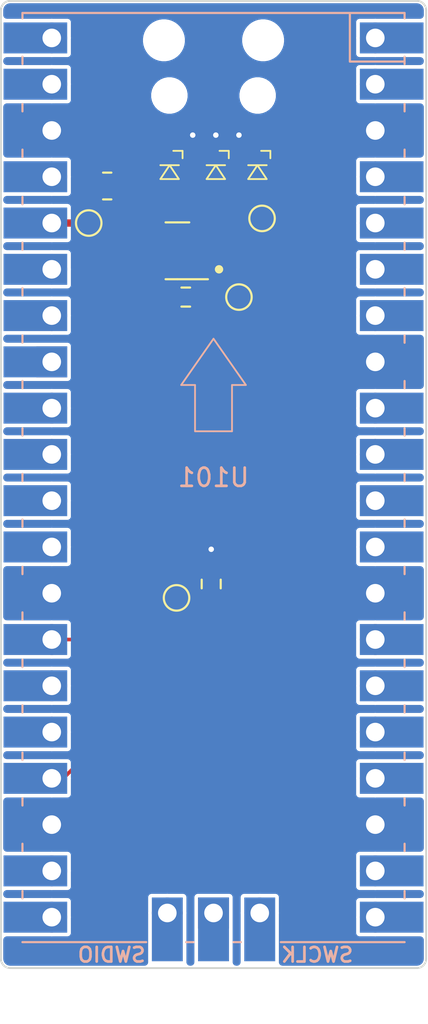
<source format=kicad_pcb>
(kicad_pcb (version 20240108) (generator "pcbnew") (generator_version "8.0")
  (layers (0 "F.Cu" signal) (31 "B.Cu" signal) (34 "B.Paste" user) (35 "F.Paste" user) (36 "B.SilkS" user "B.Silkscreen") (37 "F.SilkS" user "F.Silkscreen") (38 "B.Mask" user) (39 "F.Mask" user) (44 "Edge.Cuts" user))
  (net 0 "")
  (net 1 "GND")
  (net 2 "/Components/+3V3")
  (net 3 "/Components/LED_CTRL")
  (net 4 "/Components/TOUCH")
  (net 38 "/Components/LED_3V3")
  (footprint "Resistor_SMD:R_0805_2012Metric" (layer "F.Cu") (at 93.345 51.562)
    (property "Reference" "R203" (hide yes))
    (property "Value" "R" (hide yes))
    (fp_line (start -0.227064 -0.735) (end 0.227064 -0.735) (stroke (width 0.12)) (layer "F.SilkS"))
    (fp_line (start -0.227064 0.735) (end 0.227064 0.735) (stroke (width 0.12)) (layer "F.SilkS"))
    (pad "1" smd roundrect (at -0.9125 0) (size 1.025 1.4) (layers "F.Cu" "F.Paste" "F.Mask") (roundrect_rratio 0.243902) (net 2 "/Components/+3V3"))
    (pad "2" smd roundrect (at 0.9125 0) (size 1.025 1.4) (layers "F.Cu" "F.Paste" "F.Mask") (roundrect_rratio 0.243902) (net 38 "/Components/LED_3V3"))
  )
  (footprint "TestPoint:TestPoint_Pad_D1.0mm" (layer "F.Cu") (at 101.854 53.34)
    (property "Reference" "TP201" (hide yes))
    (property "Value" "TestPoint" (hide yes))
    (fp_circle (center 0 0) (end 0 0.7) (stroke (width 0.12)) (fill none) (layer "F.SilkS"))
    (pad "1" smd circle (at 0 0) (size 1 1) (layers "F.Cu" "F.Mask") (net 38 "/Components/LED_3V3"))
  )
  (footprint "Resistor_SMD:R_0603_1608Metric" (layer "F.Cu") (at 97.663 57.658)
    (property "Reference" "R201" (hide yes))
    (property "Value" "10k" (hide yes))
    (fp_line (start -0.237258 -0.5225) (end 0.237258 -0.5225) (stroke (width 0.12)) (layer "F.SilkS"))
    (fp_line (start -0.237258 0.5225) (end 0.237258 0.5225) (stroke (width 0.12)) (layer "F.SilkS"))
    (pad "1" smd roundrect (at -0.825 0) (size 0.8 0.95) (layers "F.Cu" "F.Paste" "F.Mask") (net 2 "/Components/+3V3"))
    (pad "2" smd roundrect (at 0.825 0) (size 0.8 0.95) (layers "F.Cu" "F.Paste" "F.Mask") (net 3 "/Components/LED_CTRL"))
  )
  (footprint "TestPoint:TestPoint_Pad_D1.0mm" (layer "F.Cu") (at 92.329 53.594)
    (property "Reference" "TP101" (hide yes))
    (property "Value" "TestPoint" (hide yes))
    (fp_circle (center 0 0) (end 0 0.7) (stroke (width 0.12)) (fill none) (layer "F.SilkS"))
    (pad "1" smd circle (at 0 0) (size 1 1) (layers "F.Cu" "F.Mask") (net 2 "/Components/+3V3"))
  )
  (footprint "example-footprints:LED0805" (layer "F.Cu") (at 99.314 50.8 -90)
    (property "Reference" "D202" (hide yes))
    (property "Value" "KT-0805W " (hide yes))
    (fp_line (start 0.381 0.508) (end 0.381 -0.508) (stroke (width 0.1)) (layer "F.SilkS"))
    (fp_line (start -0.381 0) (end 0.381 0.508) (stroke (width 0.1)) (layer "F.SilkS"))
    (fp_line (start -0.381 -0.508) (end -0.381 0.508) (stroke (width 0.1)) (layer "F.SilkS"))
    (fp_line (start 0.381 -0.508) (end -0.381 0) (stroke (width 0.1)) (layer "F.SilkS"))
    (fp_line (start -1.1684 -0.7112) (end -1.1684 -0.2032) (stroke (width 0.1)) (layer "F.SilkS"))
    (fp_line (start -0.762 -0.7112) (end -1.1684 -0.7112) (stroke (width 0.1)) (layer "F.SilkS"))
    (pad "1" smd roundrect (at -0.765 0 90) (size 0.57 1.2) (layers "F.Cu" "F.Paste" "F.Mask") (roundrect_rratio 0.1312335958) (net 1 "GND"))
    (pad "2" smd roundrect (at 0.765 0 90) (size 0.57 1.2) (layers "F.Cu" "F.Paste" "F.Mask") (roundrect_rratio 0.1312335958) (net 38 "/Components/LED_3V3"))
  )
  (footprint "example-footprints:LED0805" (layer "F.Cu") (at 96.774 50.8 -90)
    (property "Reference" "D201" (hide yes))
    (property "Value" "KT-0805W " (hide yes))
    (fp_line (start 0.381 0.508) (end 0.381 -0.508) (stroke (width 0.1)) (layer "F.SilkS"))
    (fp_line (start -0.381 0) (end 0.381 0.508) (stroke (width 0.1)) (layer "F.SilkS"))
    (fp_line (start -0.381 -0.508) (end -0.381 0.508) (stroke (width 0.1)) (layer "F.SilkS"))
    (fp_line (start 0.381 -0.508) (end -0.381 0) (stroke (width 0.1)) (layer "F.SilkS"))
    (fp_line (start -1.1684 -0.7112) (end -1.1684 -0.2032) (stroke (width 0.1)) (layer "F.SilkS"))
    (fp_line (start -0.762 -0.7112) (end -1.1684 -0.7112) (stroke (width 0.1)) (layer "F.SilkS"))
    (pad "1" smd roundrect (at -0.765 0 90) (size 0.57 1.2) (layers "F.Cu" "F.Paste" "F.Mask") (roundrect_rratio 0.1312335958) (net 1 "GND"))
    (pad "2" smd roundrect (at 0.765 0 90) (size 0.57 1.2) (layers "F.Cu" "F.Paste" "F.Mask") (roundrect_rratio 0.1312335958) (net 38 "/Components/LED_3V3"))
  )
  (footprint "example-footprints:FENRIR_copper_8x8mm" (layer "F.Cu") (at 99.127 83.312)
    (property "Reference" "FENRIR201" (hide yes))
    (property "Value" "FENRIR LOGO" (hide yes))
    (pad "1" smd custom (at 0.06 0 100) (size 14 14) (layers "F.Cu") (net 4 "/Components/TOUCH") (options (clearance outline) (anchor circle)) (primitives))
  )
  (footprint "TestPoint:TestPoint_Pad_D1.0mm" (layer "F.Cu") (at 100.584 57.658)
    (property "Reference" "TP102" (hide yes))
    (property "Value" "TestPoint" (hide yes))
    (fp_circle (center 0 0) (end 0 0.7) (stroke (width 0.12)) (fill none) (layer "F.SilkS"))
    (pad "1" smd circle (at 0 0) (size 1 1) (layers "F.Cu" "F.Mask") (net 3 "/Components/LED_CTRL"))
  )
  (footprint "TestPoint:TestPoint_Pad_D1.0mm" (layer "F.Cu") (at 97.155 74.168)
    (property "Reference" "TP103" (hide yes))
    (property "Value" "TestPoint" (hide yes))
    (fp_circle (center 0 0) (end 0 0.7) (stroke (width 0.12)) (fill none) (layer "F.SilkS"))
    (pad "1" smd circle (at 0 0) (size 1 1) (layers "F.Cu" "F.Mask") (net 4 "/Components/TOUCH"))
  )
  (footprint "example-footprints:SOT-23" (layer "F.Cu") (at 97.2035 55.118 180)
    (property "Reference" "Q201" (hide yes))
    (property "Value" "PMOS 20V DS" (hide yes))
    (fp_line (start 0 1.56) (end 0.65 1.56) (stroke (width 0.12)) (layer "F.SilkS"))
    (fp_line (start 0 1.56) (end -0.65 1.56) (stroke (width 0.12)) (layer "F.SilkS"))
    (fp_line (start 0 -1.56) (end 0.65 -1.56) (stroke (width 0.12)) (layer "F.SilkS"))
    (fp_line (start 0 -1.56) (end -1.675 -1.56) (stroke (width 0.12)) (layer "F.SilkS"))
    (fp_circle (center -2.286 -1.016) (end -2.106395 -1.016) (stroke (width 0.1)) (fill solid) (layer "F.SilkS"))
    (pad "1" smd roundrect (at -0.9375 -0.95 180) (size 1.475 0.6) (layers "F.Cu" "F.Paste" "F.Mask") (net 3 "/Components/LED_CTRL"))
    (pad "2" smd roundrect (at -0.9375 0.95 180) (size 1.475 0.6) (layers "F.Cu" "F.Paste" "F.Mask") (net 38 "/Components/LED_3V3"))
    (pad "3" smd roundrect (at 0.9375 0 180) (size 1.475 0.6) (layers "F.Cu" "F.Paste" "F.Mask") (net 2 "/Components/+3V3"))
  )
  (footprint "example-footprints:LED0805" (layer "F.Cu") (at 101.6 50.8 -90)
    (property "Reference" "D203" (hide yes))
    (property "Value" "KT-0805W " (hide yes))
    (fp_line (start 0.381 0.508) (end 0.381 -0.508) (stroke (width 0.1)) (layer "F.SilkS"))
    (fp_line (start -0.381 0) (end 0.381 0.508) (stroke (width 0.1)) (layer "F.SilkS"))
    (fp_line (start -0.381 -0.508) (end -0.381 0.508) (stroke (width 0.1)) (layer "F.SilkS"))
    (fp_line (start 0.381 -0.508) (end -0.381 0) (stroke (width 0.1)) (layer "F.SilkS"))
    (fp_line (start -1.1684 -0.7112) (end -1.1684 -0.2032) (stroke (width 0.1)) (layer "F.SilkS"))
    (fp_line (start -0.762 -0.7112) (end -1.1684 -0.7112) (stroke (width 0.1)) (layer "F.SilkS"))
    (pad "1" smd roundrect (at -0.765 0 90) (size 0.57 1.2) (layers "F.Cu" "F.Paste" "F.Mask") (roundrect_rratio 0.1312335958) (net 1 "GND"))
    (pad "2" smd roundrect (at 0.765 0 90) (size 0.57 1.2) (layers "F.Cu" "F.Paste" "F.Mask") (roundrect_rratio 0.1312335958) (net 38 "/Components/LED_3V3"))
  )
  (footprint "Resistor_SMD:R_0603_1608Metric" (layer "F.Cu") (at 99.06 73.406 90)
    (property "Reference" "R202" (hide yes))
    (property "Value" "1M" (hide yes))
    (fp_line (start -0.237258 -0.5225) (end 0.237258 -0.5225) (stroke (width 0.12)) (layer "F.SilkS"))
    (fp_line (start -0.237258 0.5225) (end 0.237258 0.5225) (stroke (width 0.12)) (layer "F.SilkS"))
    (pad "1" smd roundrect (at -0.825 0 90) (size 0.8 0.95) (layers "F.Cu" "F.Paste" "F.Mask") (net 4 "/Components/TOUCH"))
    (pad "2" smd roundrect (at 0.825 0 90) (size 0.8 0.95) (layers "F.Cu" "F.Paste" "F.Mask") (net 1 "GND"))
  )
  (footprint "MCU_RaspberryPi_and_Boards:RPi_Pico_SMD_TH" (layer "B.Cu") (at 99.187 67.564 180)
    (property "Reference" "U101" (at 0 0 180) (layer "B.SilkS") (effects (justify mirror)))
    (property "Value" "Pico")
    (fp_line (start 10.5 25.5) (end -10.5 25.5) (stroke (width 0.12)) (layer "B.SilkS"))
    (fp_line (start 10.5 25.2) (end 10.5 25.5) (stroke (width 0.12)) (layer "B.SilkS"))
    (fp_line (start 10.5 22.7) (end 10.5 23.1) (stroke (width 0.12)) (layer "B.SilkS"))
    (fp_line (start 10.5 20.1) (end 10.5 20.5) (stroke (width 0.12)) (layer "B.SilkS"))
    (fp_line (start 10.5 17.6) (end 10.5 18) (stroke (width 0.12)) (layer "B.SilkS"))
    (fp_line (start 10.5 15) (end 10.5 15.4) (stroke (width 0.12)) (layer "B.SilkS"))
    (fp_line (start 10.5 12.5) (end 10.5 12.9) (stroke (width 0.12)) (layer "B.SilkS"))
    (fp_line (start 10.5 10) (end 10.5 10.4) (stroke (width 0.12)) (layer "B.SilkS"))
    (fp_line (start 10.5 7.4) (end 10.5 7.8) (stroke (width 0.12)) (layer "B.SilkS"))
    (fp_line (start 10.5 4.9) (end 10.5 5.3) (stroke (width 0.12)) (layer "B.SilkS"))
    (fp_line (start 10.5 2.3) (end 10.5 2.7) (stroke (width 0.12)) (layer "B.SilkS"))
    (fp_line (start 10.5 -0.2) (end 10.5 0.2) (stroke (width 0.12)) (layer "B.SilkS"))
    (fp_line (start 10.5 -2.7) (end 10.5 -2.3) (stroke (width 0.12)) (layer "B.SilkS"))
    (fp_line (start 10.5 -5.3) (end 10.5 -4.9) (stroke (width 0.12)) (layer "B.SilkS"))
    (fp_line (start 10.5 -7.8) (end 10.5 -7.4) (stroke (width 0.12)) (layer "B.SilkS"))
    (fp_line (start 10.5 -10.4) (end 10.5 -10) (stroke (width 0.12)) (layer "B.SilkS"))
    (fp_line (start 10.5 -12.9) (end 10.5 -12.5) (stroke (width 0.12)) (layer "B.SilkS"))
    (fp_line (start 10.5 -15.5) (end 10.5 -15.1) (stroke (width 0.12)) (layer "B.SilkS"))
    (fp_line (start 10.5 -18) (end 10.5 -17.6) (stroke (width 0.12)) (layer "B.SilkS"))
    (fp_line (start 10.5 -20.5) (end 10.5 -20.1) (stroke (width 0.12)) (layer "B.SilkS"))
    (fp_line (start 10.5 -23.1) (end 10.5 -22.7) (stroke (width 0.12)) (layer "B.SilkS"))
    (fp_line (start 3.7 -25.5) (end 10.5 -25.5) (stroke (width 0.12)) (layer "B.SilkS"))
    (fp_line (start 1.5 -25.5) (end 1.1 -25.5) (stroke (width 0.12)) (layer "B.SilkS"))
    (fp_line (start -1.1 -25.5) (end -1.5 -25.5) (stroke (width 0.12)) (layer "B.SilkS"))
    (fp_line (start -7.493 25.5) (end -7.493 22.833) (stroke (width 0.12)) (layer "B.SilkS"))
    (fp_line (start -7.493 22.833) (end -10.5 22.833) (stroke (width 0.12)) (layer "B.SilkS"))
    (fp_line (start -10.5 25.2) (end -10.5 25.5) (stroke (width 0.12)) (layer "B.SilkS"))
    (fp_line (start -10.5 22.7) (end -10.5 23.1) (stroke (width 0.12)) (layer "B.SilkS"))
    (fp_line (start -10.5 20.1) (end -10.5 20.5) (stroke (width 0.12)) (layer "B.SilkS"))
    (fp_line (start -10.5 17.6) (end -10.5 18) (stroke (width 0.12)) (layer "B.SilkS"))
    (fp_line (start -10.5 15) (end -10.5 15.4) (stroke (width 0.12)) (layer "B.SilkS"))
    (fp_line (start -10.5 12.5) (end -10.5 12.9) (stroke (width 0.12)) (layer "B.SilkS"))
    (fp_line (start -10.5 10) (end -10.5 10.4) (stroke (width 0.12)) (layer "B.SilkS"))
    (fp_line (start -10.5 7.4) (end -10.5 7.8) (stroke (width 0.12)) (layer "B.SilkS"))
    (fp_line (start -10.5 4.9) (end -10.5 5.3) (stroke (width 0.12)) (layer "B.SilkS"))
    (fp_line (start -10.5 2.3) (end -10.5 2.7) (stroke (width 0.12)) (layer "B.SilkS"))
    (fp_line (start -10.5 -0.2) (end -10.5 0.2) (stroke (width 0.12)) (layer "B.SilkS"))
    (fp_line (start -10.5 -2.7) (end -10.5 -2.3) (stroke (width 0.12)) (layer "B.SilkS"))
    (fp_line (start -10.5 -5.3) (end -10.5 -4.9) (stroke (width 0.12)) (layer "B.SilkS"))
    (fp_line (start -10.5 -7.8) (end -10.5 -7.4) (stroke (width 0.12)) (layer "B.SilkS"))
    (fp_line (start -10.5 -10.4) (end -10.5 -10) (stroke (width 0.12)) (layer "B.SilkS"))
    (fp_line (start -10.5 -12.9) (end -10.5 -12.5) (stroke (width 0.12)) (layer "B.SilkS"))
    (fp_line (start -10.5 -15.5) (end -10.5 -15.1) (stroke (width 0.12)) (layer "B.SilkS"))
    (fp_line (start -10.5 -18) (end -10.5 -17.6) (stroke (width 0.12)) (layer "B.SilkS"))
    (fp_line (start -10.5 -20.5) (end -10.5 -20.1) (stroke (width 0.12)) (layer "B.SilkS"))
    (fp_line (start -10.5 -23.1) (end -10.5 -22.7) (stroke (width 0.12)) (layer "B.SilkS"))
    (fp_line (start -10.5 -25.5) (end -3.7 -25.5) (stroke (width 0.12)) (layer "B.SilkS"))
    (fp_text user "SWCLK" (at -5.7 -26.2 180) (layer "B.SilkS") (effects (font (size 0.8 0.8)) (justify mirror)))
    (fp_text user "SWDIO" (at 5.6 -26.2 180) (layer "B.SilkS") (effects (font (size 0.8 0.8)) (justify mirror)))
    (pad "" np_thru_hole oval (at -2.725 24 180) (size 1.8 1.8) (drill 1.8) (layers "*.Cu" "*.Mask"))
    (pad "" np_thru_hole oval (at -2.425 20.97 180) (size 1.5 1.5) (drill 1.5) (layers "*.Cu" "*.Mask"))
    (pad "" np_thru_hole oval (at 2.425 20.97 180) (size 1.5 1.5) (drill 1.5) (layers "*.Cu" "*.Mask"))
    (pad "" np_thru_hole oval (at 2.725 24 180) (size 1.8 1.8) (drill 1.8) (layers "*.Cu" "*.Mask"))
    (pad "1" thru_hole oval (at -8.89 24.13 180) (size 1.7 1.7) (drill 1.02) (layers "*.Cu" "*.Mask"))
    (pad "1" smd rect (at -8.89 24.13 180) (size 3.5 1.7) (drill (offset -0.9 0)) (layers "B.Cu" "B.Mask"))
    (pad "2" thru_hole oval (at -8.89 21.59 180) (size 1.7 1.7) (drill 1.02) (layers "*.Cu" "*.Mask"))
    (pad "2" smd rect (at -8.89 21.59 180) (size 3.5 1.7) (drill (offset -0.9 0)) (layers "B.Cu" "B.Mask"))
    (pad "3" thru_hole rect (at -8.89 19.05 180) (size 1.7 1.7) (drill 1.02) (layers "*.Cu" "*.Mask") (net 1 "GND"))
    (pad "3" smd rect (at -8.89 19.05 180) (size 3.5 1.7) (drill (offset -0.9 0)) (layers "B.Cu" "B.Mask") (net 1 "GND"))
    (pad "4" thru_hole oval (at -8.89 16.51 180) (size 1.7 1.7) (drill 1.02) (layers "*.Cu" "*.Mask"))
    (pad "4" smd rect (at -8.89 16.51 180) (size 3.5 1.7) (drill (offset -0.9 0)) (layers "B.Cu" "B.Mask"))
    (pad "5" thru_hole oval (at -8.89 13.97 180) (size 1.7 1.7) (drill 1.02) (layers "*.Cu" "*.Mask"))
    (pad "5" smd rect (at -8.89 13.97 180) (size 3.5 1.7) (drill (offset -0.9 0)) (layers "B.Cu" "B.Mask"))
    (pad "6" thru_hole oval (at -8.89 11.43 180) (size 1.7 1.7) (drill 1.02) (layers "*.Cu" "*.Mask"))
    (pad "6" smd rect (at -8.89 11.43 180) (size 3.5 1.7) (drill (offset -0.9 0)) (layers "B.Cu" "B.Mask"))
    (pad "7" thru_hole oval (at -8.89 8.89 180) (size 1.7 1.7) (drill 1.02) (layers "*.Cu" "*.Mask"))
    (pad "7" smd rect (at -8.89 8.89 180) (size 3.5 1.7) (drill (offset -0.9 0)) (layers "B.Cu" "B.Mask"))
    (pad "8" thru_hole rect (at -8.89 6.35 180) (size 1.7 1.7) (drill 1.02) (layers "*.Cu" "*.Mask") (net 1 "GND"))
    (pad "8" smd rect (at -8.89 6.35 180) (size 3.5 1.7) (drill (offset -0.9 0)) (layers "B.Cu" "B.Mask") (net 1 "GND"))
    (pad "9" thru_hole oval (at -8.89 3.81 180) (size 1.7 1.7) (drill 1.02) (layers "*.Cu" "*.Mask"))
    (pad "9" smd rect (at -8.89 3.81 180) (size 3.5 1.7) (drill (offset -0.9 0)) (layers "B.Cu" "B.Mask"))
    (pad "10" thru_hole oval (at -8.89 1.27 180) (size 1.7 1.7) (drill 1.02) (layers "*.Cu" "*.Mask"))
    (pad "10" smd rect (at -8.89 1.27 180) (size 3.5 1.7) (drill (offset -0.9 0)) (layers "B.Cu" "B.Mask"))
    (pad "11" thru_hole oval (at -8.89 -1.27 180) (size 1.7 1.7) (drill 1.02) (layers "*.Cu" "*.Mask"))
    (pad "11" smd rect (at -8.89 -1.27 180) (size 3.5 1.7) (drill (offset -0.9 0)) (layers "B.Cu" "B.Mask"))
    (pad "12" thru_hole oval (at -8.89 -3.81 180) (size 1.7 1.7) (drill 1.02) (layers "*.Cu" "*.Mask"))
    (pad "12" smd rect (at -8.89 -3.81 180) (size 3.5 1.7) (drill (offset -0.9 0)) (layers "B.Cu" "B.Mask"))
    (pad "13" thru_hole rect (at -8.89 -6.35 180) (size 1.7 1.7) (drill 1.02) (layers "*.Cu" "*.Mask") (net 1 "GND"))
    (pad "13" smd rect (at -8.89 -6.35 180) (size 3.5 1.7) (drill (offset -0.9 0)) (layers "B.Cu" "B.Mask") (net 1 "GND"))
    (pad "14" thru_hole oval (at -8.89 -8.89 180) (size 1.7 1.7) (drill 1.02) (layers "*.Cu" "*.Mask"))
    (pad "14" smd rect (at -8.89 -8.89 180) (size 3.5 1.7) (drill (offset -0.9 0)) (layers "B.Cu" "B.Mask"))
    (pad "15" thru_hole oval (at -8.89 -11.43 180) (size 1.7 1.7) (drill 1.02) (layers "*.Cu" "*.Mask"))
    (pad "15" smd rect (at -8.89 -11.43 180) (size 3.5 1.7) (drill (offset -0.9 0)) (layers "B.Cu" "B.Mask"))
    (pad "16" thru_hole oval (at -8.89 -13.97 180) (size 1.7 1.7) (drill 1.02) (layers "*.Cu" "*.Mask"))
    (pad "16" smd rect (at -8.89 -13.97 180) (size 3.5 1.7) (drill (offset -0.9 0)) (layers "B.Cu" "B.Mask"))
    (pad "17" thru_hole oval (at -8.89 -16.51 180) (size 1.7 1.7) (drill 1.02) (layers "*.Cu" "*.Mask"))
    (pad "17" smd rect (at -8.89 -16.51 180) (size 3.5 1.7) (drill (offset -0.9 0)) (layers "B.Cu" "B.Mask"))
    (pad "18" thru_hole rect (at -8.89 -19.05 180) (size 1.7 1.7) (drill 1.02) (layers "*.Cu" "*.Mask") (net 1 "GND"))
    (pad "18" smd rect (at -8.89 -19.05 180) (size 3.5 1.7) (drill (offset -0.9 0)) (layers "B.Cu" "B.Mask") (net 1 "GND"))
    (pad "19" thru_hole oval (at -8.89 -21.59 180) (size 1.7 1.7) (drill 1.02) (layers "*.Cu" "*.Mask"))
    (pad "19" smd rect (at -8.89 -21.59 180) (size 3.5 1.7) (drill (offset -0.9 0)) (layers "B.Cu" "B.Mask"))
    (pad "20" thru_hole oval (at -8.89 -24.13 180) (size 1.7 1.7) (drill 1.02) (layers "*.Cu" "*.Mask"))
    (pad "20" smd rect (at -8.89 -24.13 180) (size 3.5 1.7) (drill (offset -0.9 0)) (layers "B.Cu" "B.Mask"))
    (pad "21" thru_hole oval (at 8.89 -24.13 180) (size 1.7 1.7) (drill 1.02) (layers "*.Cu" "*.Mask"))
    (pad "21" smd rect (at 8.89 -24.13 180) (size 3.5 1.7) (drill (offset 0.9 0)) (layers "B.Cu" "B.Mask"))
    (pad "22" thru_hole oval (at 8.89 -21.59 180) (size 1.7 1.7) (drill 1.02) (layers "*.Cu" "*.Mask"))
    (pad "22" smd rect (at 8.89 -21.59 180) (size 3.5 1.7) (drill (offset 0.9 0)) (layers "B.Cu" "B.Mask"))
    (pad "23" thru_hole rect (at 8.89 -19.05 180) (size 1.7 1.7) (drill 1.02) (layers "*.Cu" "*.Mask") (net 1 "GND"))
    (pad "23" smd rect (at 8.89 -19.05 180) (size 3.5 1.7) (drill (offset 0.9 0)) (layers "B.Cu" "B.Mask") (net 1 "GND"))
    (pad "24" thru_hole oval (at 8.89 -16.51 180) (size 1.7 1.7) (drill 1.02) (layers "*.Cu" "*.Mask") (net 4 "/Components/TOUCH"))
    (pad "24" smd rect (at 8.89 -16.51 180) (size 3.5 1.7) (drill (offset 0.9 0)) (layers "B.Cu" "B.Mask") (net 4 "/Components/TOUCH"))
    (pad "25" thru_hole oval (at 8.89 -13.97 180) (size 1.7 1.7) (drill 1.02) (layers "*.Cu" "*.Mask"))
    (pad "25" smd rect (at 8.89 -13.97 180) (size 3.5 1.7) (drill (offset 0.9 0)) (layers "B.Cu" "B.Mask"))
    (pad "26" thru_hole oval (at 8.89 -11.43 180) (size 1.7 1.7) (drill 1.02) (layers "*.Cu" "*.Mask"))
    (pad "26" smd rect (at 8.89 -11.43 180) (size 3.5 1.7) (drill (offset 0.9 0)) (layers "B.Cu" "B.Mask"))
    (pad "27" thru_hole oval (at 8.89 -8.89 180) (size 1.7 1.7) (drill 1.02) (layers "*.Cu" "*.Mask") (net 3 "/Components/LED_CTRL"))
    (pad "27" smd rect (at 8.89 -8.89 180) (size 3.5 1.7) (drill (offset 0.9 0)) (layers "B.Cu" "B.Mask") (net 3 "/Components/LED_CTRL"))
    (pad "28" thru_hole rect (at 8.89 -6.35 180) (size 1.7 1.7) (drill 1.02) (layers "*.Cu" "*.Mask") (net 1 "GND"))
    (pad "28" smd rect (at 8.89 -6.35 180) (size 3.5 1.7) (drill (offset 0.9 0)) (layers "B.Cu" "B.Mask") (net 1 "GND"))
    (pad "29" thru_hole oval (at 8.89 -3.81 180) (size 1.7 1.7) (drill 1.02) (layers "*.Cu" "*.Mask"))
    (pad "29" smd rect (at 8.89 -3.81 180) (size 3.5 1.7) (drill (offset 0.9 0)) (layers "B.Cu" "B.Mask"))
    (pad "30" thru_hole oval (at 8.89 -1.27 180) (size 1.7 1.7) (drill 1.02) (layers "*.Cu" "*.Mask"))
    (pad "30" smd rect (at 8.89 -1.27 180) (size 3.5 1.7) (drill (offset 0.9 0)) (layers "B.Cu" "B.Mask"))
    (pad "31" thru_hole oval (at 8.89 1.27 180) (size 1.7 1.7) (drill 1.02) (layers "*.Cu" "*.Mask"))
    (pad "31" smd rect (at 8.89 1.27 180) (size 3.5 1.7) (drill (offset 0.9 0)) (layers "B.Cu" "B.Mask"))
    (pad "32" thru_hole oval (at 8.89 3.81 180) (size 1.7 1.7) (drill 1.02) (layers "*.Cu" "*.Mask"))
    (pad "32" smd rect (at 8.89 3.81 180) (size 3.5 1.7) (drill (offset 0.9 0)) (layers "B.Cu" "B.Mask"))
    (pad "33" thru_hole rect (at 8.89 6.35 180) (size 1.7 1.7) (drill 1.02) (layers "*.Cu" "*.Mask"))
    (pad "33" smd rect (at 8.89 6.35 180) (size 3.5 1.7) (drill (offset 0.9 0)) (layers "B.Cu" "B.Mask"))
    (pad "34" thru_hole oval (at 8.89 8.89 180) (size 1.7 1.7) (drill 1.02) (layers "*.Cu" "*.Mask"))
    (pad "34" smd rect (at 8.89 8.89 180) (size 3.5 1.7) (drill (offset 0.9 0)) (layers "B.Cu" "B.Mask"))
    (pad "35" thru_hole oval (at 8.89 11.43 180) (size 1.7 1.7) (drill 1.02) (layers "*.Cu" "*.Mask"))
    (pad "35" smd rect (at 8.89 11.43 180) (size 3.5 1.7) (drill (offset 0.9 0)) (layers "B.Cu" "B.Mask"))
    (pad "36" thru_hole oval (at 8.89 13.97 180) (size 1.7 1.7) (drill 1.02) (layers "*.Cu" "*.Mask") (net 2 "/Components/+3V3"))
    (pad "36" smd rect (at 8.89 13.97 180) (size 3.5 1.7) (drill (offset 0.9 0)) (layers "B.Cu" "B.Mask") (net 2 "/Components/+3V3"))
    (pad "37" thru_hole oval (at 8.89 16.51 180) (size 1.7 1.7) (drill 1.02) (layers "*.Cu" "*.Mask"))
    (pad "37" smd rect (at 8.89 16.51 180) (size 3.5 1.7) (drill (offset 0.9 0)) (layers "B.Cu" "B.Mask"))
    (pad "38" thru_hole rect (at 8.89 19.05 180) (size 1.7 1.7) (drill 1.02) (layers "*.Cu" "*.Mask") (net 1 "GND"))
    (pad "38" smd rect (at 8.89 19.05 180) (size 3.5 1.7) (drill (offset 0.9 0)) (layers "B.Cu" "B.Mask") (net 1 "GND"))
    (pad "39" thru_hole oval (at 8.89 21.59 180) (size 1.7 1.7) (drill 1.02) (layers "*.Cu" "*.Mask"))
    (pad "39" smd rect (at 8.89 21.59 180) (size 3.5 1.7) (drill (offset 0.9 0)) (layers "B.Cu" "B.Mask"))
    (pad "40" thru_hole oval (at 8.89 24.13 180) (size 1.7 1.7) (drill 1.02) (layers "*.Cu" "*.Mask"))
    (pad "40" smd rect (at 8.89 24.13 180) (size 3.5 1.7) (drill (offset 0.9 0)) (layers "B.Cu" "B.Mask"))
    (pad "41" thru_hole oval (at -2.54 -23.9 180) (size 1.7 1.7) (drill 1.02) (layers "*.Cu" "*.Mask"))
    (pad "41" smd rect (at -2.54 -23.9 90) (size 3.5 1.7) (drill (offset -0.9 0)) (layers "B.Cu" "B.Mask"))
    (pad "42" thru_hole rect (at 0 -23.9 180) (size 1.7 1.7) (drill 1.02) (layers "*.Cu" "*.Mask"))
    (pad "42" smd rect (at 0 -23.9 90) (size 3.5 1.7) (drill (offset -0.9 0)) (layers "B.Cu" "B.Mask"))
    (pad "43" thru_hole oval (at 2.54 -23.9 180) (size 1.7 1.7) (drill 1.02) (layers "*.Cu" "*.Mask"))
    (pad "43" smd rect (at 2.54 -23.9 90) (size 3.5 1.7) (drill (offset -0.9 0)) (layers "B.Cu" "B.Mask"))
  )
  (gr_line (start 100.203 65.024) (end 100.203 62.484) (stroke (width 0.1)) (layer "B.SilkS"))
  (gr_line (start 97.409 62.484) (end 99.187 59.944) (stroke (width 0.1)) (layer "B.SilkS"))
  (gr_line (start 99.187 65.024) (end 100.203 65.024) (stroke (width 0.1)) (layer "B.SilkS"))
  (gr_line (start 98.171 65.024) (end 98.171 62.484) (stroke (width 0.1)) (layer "B.SilkS"))
  (gr_line (start 99.187 65.024) (end 98.171 65.024) (stroke (width 0.1)) (layer "B.SilkS"))
  (gr_line (start 100.203 62.484) (end 100.965 62.484) (stroke (width 0.1)) (layer "B.SilkS"))
  (gr_line (start 100.965 62.484) (end 99.187 59.944) (stroke (width 0.1)) (layer "B.SilkS"))
  (gr_line (start 98.171 62.484) (end 97.409 62.484) (stroke (width 0.1)) (layer "B.SilkS"))
  (gr_arc (start 110.871 93.980002) (mid 110.72221 94.339212) (end 110.363 94.488002) (stroke (width 0.1)) (layer "Edge.Cuts"))
  (gr_line (start 87.503 41.91) (end 87.503 93.98) (stroke (width 0.1)) (layer "Edge.Cuts"))
  (gr_arc (start 88.011 94.488) (mid 87.65179 94.33921) (end 87.503 93.98) (stroke (width 0.1)) (layer "Edge.Cuts"))
  (gr_line (start 110.871 93.980002) (end 110.871 41.91) (stroke (width 0.1)) (layer "Edge.Cuts"))
  (gr_arc (start 87.503 41.91) (mid 87.65179 41.55079) (end 88.011 41.402) (stroke (width 0.1)) (layer "Edge.Cuts"))
  (gr_line (start 88.011 94.488) (end 110.363 94.488002) (stroke (width 0.1)) (layer "Edge.Cuts"))
  (gr_line (start 110.363 41.402) (end 88.011 41.402) (stroke (width 0.1)) (layer "Edge.Cuts"))
  (gr_arc (start 110.363 41.402) (mid 110.72221 41.55079) (end 110.871 41.91) (stroke (width 0.1)) (layer "Edge.Cuts"))
  (gr_text "FENRIR Workshop\n03/2024" (at 104.521 72.644 90) (layer "F.Cu") (effects (font (size 1 1) (thickness 0.1) (bold yes)) (justify left bottom)))
  (segment (start 99.06 72.581) (end 99.06 71.501) (width 0.2) (layer "F.Cu") (net 1))
  (via (at 99.06 71.501) (size 0.6) (drill 0.3) (layers "F.Cu" "B.Cu") (net 1))
  (via (at 98.044 48.768) (size 0.6) (drill 0.3) (layers "F.Cu" "B.Cu") (net 1))
  (via (at 100.584 48.768) (size 0.6) (drill 0.3) (layers "F.Cu" "B.Cu") (net 1))
  (via (at 99.314 48.768) (size 0.6) (drill 0.3) (layers "F.Cu" "B.Cu") (net 1))
  (segment (start 96.266 55.118) (end 96.266 57.086) (width 0.4) (layer "F.Cu") (net 2))
  (segment (start 92.71 53.594) (end 94.742 53.594) (width 0.4) (layer "F.Cu") (net 2))
  (segment (start 90.297 53.594) (end 92.71 53.594) (width 0.4) (layer "F.Cu") (net 2))
  (segment (start 94.742 53.594) (end 96.266 55.118) (width 0.4) (layer "F.Cu") (net 2))
  (segment (start 96.266 57.086) (end 96.838 57.658) (width 0.4) (layer "F.Cu") (net 2))
  (segment (start 95.758 60.706) (end 95.758 72.136) (width 0.2) (layer "F.Cu") (net 3))
  (segment (start 98.488 57.976) (end 95.758 60.706) (width 0.2) (layer "F.Cu") (net 3))
  (segment (start 98.488 57.658) (end 100.584 57.658) (width 0.2) (layer "F.Cu") (net 3))
  (segment (start 98.488 57.658) (end 98.488 57.976) (width 0.2) (layer "F.Cu") (net 3))
  (segment (start 98.488 56.415) (end 98.141 56.068) (width 0.2) (layer "F.Cu") (net 3))
  (segment (start 91.44 76.454) (end 90.297 76.454) (width 0.2) (layer "F.Cu") (net 3))
  (segment (start 98.488 57.658) (end 98.488 56.415) (width 0.2) (layer "F.Cu") (net 3))
  (segment (start 95.758 72.136) (end 91.44 76.454) (width 0.2) (layer "F.Cu") (net 3))
  (segment (start 91.567 83.439) (end 91.567 78.359) (width 0.2) (layer "F.Cu") (net 4))
  (segment (start 95.758 74.168) (end 97.155 74.168) (width 0.2) (layer "F.Cu") (net 4))
  (segment (start 90.932 84.074) (end 91.567 83.439) (width 0.2) (layer "F.Cu") (net 4))
  (segment (start 105.029 77.47) (end 105.029 79.502) (width 0.2) (layer "F.Cu") (net 4))
  (segment (start 101.79 74.231) (end 105.029 77.47) (width 0.2) (layer "F.Cu") (net 4))
  (segment (start 90.297 84.074) (end 90.932 84.074) (width 0.2) (layer "F.Cu") (net 4))
  (segment (start 97.155 74.168) (end 98.997 74.168) (width 0.2) (layer "F.Cu") (net 4))
  (segment (start 98.997 74.168) (end 99.06 74.231) (width 0.2) (layer "F.Cu") (net 4))
  (segment (start 91.567 78.359) (end 95.758 74.168) (width 0.2) (layer "F.Cu") (net 4))
  (segment (start 99.06 74.231) (end 101.79 74.231) (width 0.2) (layer "F.Cu") (net 4))
  (zone (net 38) (net_name "/Components/LED_3V3") (layer "F.Cu") (connect_pads yes (clearance 0.1)) (min_thickness 0.4) (fill yes (thermal_gap 0.45) (thermal_bridge_width 0.45))
    (polygon (pts (xy 95.25 50.8) (xy 93.853 50.8) (xy 93.599 51.054) (xy 93.599 52.07) (xy 93.853 52.324) (xy 95.25 52.324) (xy 96.52 53.594) (xy 96.52 53.594) (xy 96.52 54.102) (xy 97.028 54.61) (xy 101.854 54.61) (xy 103.124 53.34) (xy 103.124 50.8)))
  )
  (zone (net 2) (net_name "/Components/+3V3") (layer "F.Cu") (priority 3) (connect_pads yes (clearance 0.1)) (min_thickness 0.4) (fill yes (thermal_gap 0.45) (thermal_bridge_width 0.45))
    (polygon (pts (xy 97.155 56.896) (xy 95.377 56.896) (xy 94.361 55.88) (xy 92.964 55.88) (xy 91.821 54.864) (xy 91.821 52.578) (xy 91.821 51.054) (xy 92.075 50.8) (xy 92.837 50.8) (xy 93.091 51.054) (xy 93.091 52.07) (xy 93.599 52.578) (xy 95.377 52.578) (xy 96.393 53.594) (xy 96.393 54.102) (xy 97.155 54.864)))
  )
  (zone (net 1) (net_name "GND") (layer "F.Cu") (priority 1) (connect_pads yes (clearance 0.1)) (min_thickness 0.4) (fill yes (thermal_gap 0.45) (thermal_bridge_width 0.45))
    (polygon (pts (xy 95.25 50.546) (xy 103.124 50.546) (xy 103.124 49.53) (xy 101.854 48.26) (xy 96.52 48.26) (xy 95.25 49.53)))
  )
  (zone (net 1) (net_name "GND") (layer "B.Cu") (priority 2) (connect_pads yes (clearance 0.1)) (min_thickness 0.4) (fill yes (thermal_gap 0.45) (thermal_bridge_width 0.45))
    (polygon (pts (xy 87.63 41.402) (xy 110.998 41.402) (xy 110.998 94.488) (xy 87.63 94.488)))
  )
)
</source>
